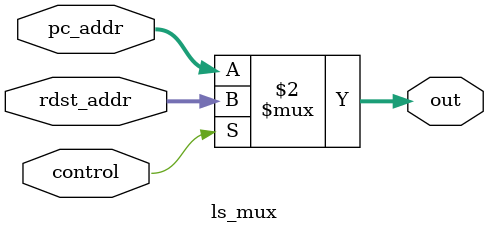
<source format=v>
module ls_mux(rdst_addr, control, pc_addr, out);

input [15:0] rdst_addr;
input control;
input [15:0] pc_addr;
output reg [15:0] out;


    always @(*) begin

            out = control ? rdst_addr :  pc_addr;

    end

endmodule

</source>
